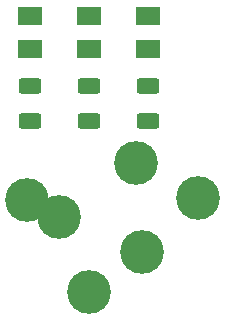
<source format=gbs>
G04 Layer_Color=8150272*
%FSLAX25Y25*%
%MOIN*%
G70*
G01*
G75*
%ADD16R,0.07887X0.05918*%
G04:AMPARAMS|DCode=17|XSize=74.93mil|YSize=51.31mil|CornerRadius=8.33mil|HoleSize=0mil|Usage=FLASHONLY|Rotation=180.000|XOffset=0mil|YOffset=0mil|HoleType=Round|Shape=RoundedRectangle|*
%AMROUNDEDRECTD17*
21,1,0.07493,0.03465,0,0,180.0*
21,1,0.05827,0.05131,0,0,180.0*
1,1,0.01666,-0.02913,0.01732*
1,1,0.01666,0.02913,0.01732*
1,1,0.01666,0.02913,-0.01732*
1,1,0.01666,-0.02913,-0.01732*
%
%ADD17ROUNDEDRECTD17*%
%ADD18C,0.14579*%
D16*
X263779Y187402D02*
D03*
Y198425D02*
D03*
X244094Y187402D02*
D03*
Y198425D02*
D03*
X224409Y187402D02*
D03*
Y198425D02*
D03*
D17*
X263779Y175000D02*
D03*
Y163583D02*
D03*
X244094Y175000D02*
D03*
Y163583D02*
D03*
X224410Y175000D02*
D03*
Y163583D02*
D03*
D18*
X223622Y137008D02*
D03*
X234252Y131496D02*
D03*
X259842Y149606D02*
D03*
X261811Y119685D02*
D03*
X280571Y137795D02*
D03*
X244094Y106299D02*
D03*
M02*

</source>
